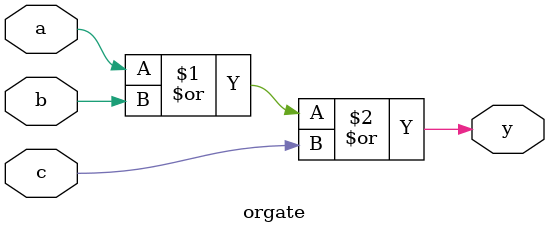
<source format=v>
module orgate(a,b,c,y);
input a,b,c;
output y;

assign y=a|b|c;
endmodule
</source>
